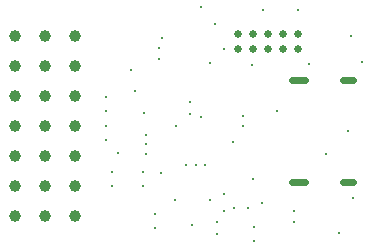
<source format=gbr>
%TF.GenerationSoftware,KiCad,Pcbnew,9.0.0*%
%TF.CreationDate,2025-06-23T18:52:07-04:00*%
%TF.ProjectId,CRSF_PWM_Gyro,43525346-5f50-4574-9d5f-4779726f2e6b,rev?*%
%TF.SameCoordinates,Original*%
%TF.FileFunction,Plated,1,4,PTH,Mixed*%
%TF.FilePolarity,Positive*%
%FSLAX46Y46*%
G04 Gerber Fmt 4.6, Leading zero omitted, Abs format (unit mm)*
G04 Created by KiCad (PCBNEW 9.0.0) date 2025-06-23 18:52:07*
%MOMM*%
%LPD*%
G01*
G04 APERTURE LIST*
%TA.AperFunction,ViaDrill*%
%ADD10C,0.300000*%
%TD*%
G04 aperture for slot hole*
%TA.AperFunction,ComponentDrill*%
%ADD11C,0.600000*%
%TD*%
%TA.AperFunction,ComponentDrill*%
%ADD12C,0.650000*%
%TD*%
%TA.AperFunction,ComponentDrill*%
%ADD13C,1.000000*%
%TD*%
G04 APERTURE END LIST*
D10*
X129600000Y-86100000D03*
X129600000Y-87300000D03*
X129600000Y-88500000D03*
X129600000Y-89700000D03*
X130100000Y-92400000D03*
X130100000Y-93600000D03*
X130600000Y-90800000D03*
X131700000Y-83798548D03*
X132000000Y-85600000D03*
X132700000Y-92400000D03*
X132700000Y-93600000D03*
X132824151Y-87456609D03*
X133000000Y-89300000D03*
X133000000Y-90100000D03*
X133000000Y-90900000D03*
X133700000Y-96000000D03*
X133700000Y-97200000D03*
X134100000Y-81900000D03*
X134100000Y-82900000D03*
X134200000Y-92500000D03*
X134300000Y-81100000D03*
X135400000Y-94800000D03*
X135500000Y-88500000D03*
X136400000Y-91800000D03*
X136700000Y-86500000D03*
X136700000Y-87500000D03*
X136900000Y-96900000D03*
X137200000Y-91800000D03*
X137600000Y-78500000D03*
X137600000Y-87800000D03*
X138000000Y-91800000D03*
X138400000Y-83200000D03*
X138400000Y-94800000D03*
X138800000Y-79900000D03*
X139000000Y-97700000D03*
X139000001Y-96695436D03*
X139562133Y-94338618D03*
X139600000Y-82000000D03*
X139601000Y-95700000D03*
X140300000Y-89900000D03*
X140400000Y-95500000D03*
X141200000Y-87700000D03*
X141200000Y-88500000D03*
X141600000Y-95500000D03*
X141955000Y-83400000D03*
X142000000Y-93000000D03*
X142100000Y-97100000D03*
X142100000Y-98300000D03*
X142800000Y-95100000D03*
X142900000Y-78700000D03*
X144100000Y-87300000D03*
X145500000Y-95725000D03*
X145500000Y-96675000D03*
X145800000Y-78700000D03*
X146800000Y-83300000D03*
X148200000Y-90900000D03*
X149300000Y-97600000D03*
X150100000Y-89000000D03*
X150300000Y-80900000D03*
X150500000Y-94600000D03*
X151300000Y-83100000D03*
D11*
%TO.C,J1*%
X146445000Y-84680000D02*
X145345000Y-84680000D01*
X146445000Y-93320000D02*
X145345000Y-93320000D01*
X150475000Y-84680000D02*
X149675000Y-84680000D01*
X150475000Y-93320000D02*
X149675000Y-93320000D01*
D12*
%TO.C,SWD1*%
X140770000Y-80775000D03*
X140770000Y-82045000D03*
X142040000Y-80775000D03*
X142040000Y-82045000D03*
X143310000Y-80775000D03*
X143310000Y-82045000D03*
X144580000Y-80775000D03*
X144580000Y-82045000D03*
X145850000Y-80775000D03*
X145850000Y-82045000D03*
D13*
%TO.C,J2*%
X121863000Y-80880000D03*
X121863000Y-83420000D03*
X121863000Y-85960000D03*
X121863000Y-88500000D03*
X121863000Y-91040000D03*
X121863000Y-93580000D03*
X121863000Y-96120000D03*
X124403000Y-80880000D03*
X124403000Y-83420000D03*
X124403000Y-85960000D03*
X124403000Y-88500000D03*
X124403000Y-91040000D03*
X124403000Y-93580000D03*
X124403000Y-96120000D03*
X126943000Y-80880000D03*
X126943000Y-83420000D03*
X126943000Y-85960000D03*
X126943000Y-88500000D03*
X126943000Y-91040000D03*
X126943000Y-93580000D03*
X126943000Y-96120000D03*
M02*

</source>
